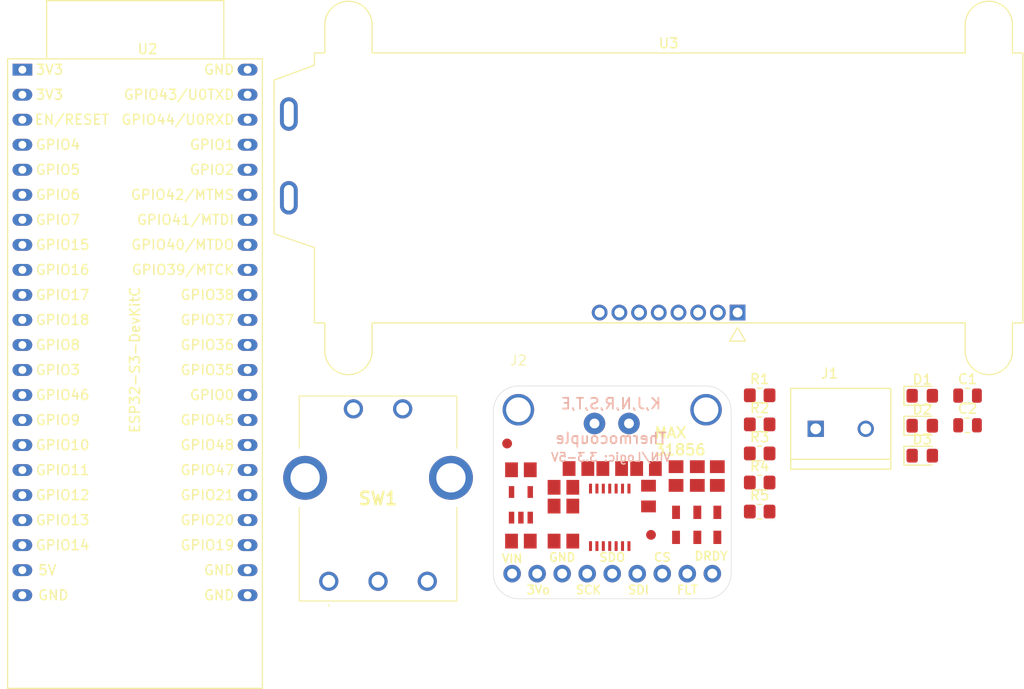
<source format=kicad_pcb>
(kicad_pcb (version 20241229) (generator "pcbnew") (generator_version "9.0")
  (layers (0 "F.Cu" signal) (2 "B.Cu" signal) (13 "F.Paste" user) (15 "B.Paste" user) (5 "F.SilkS" user "F.Silkscreen") (7 "B.SilkS" user "B.Silkscreen") (1 "F.Mask" user) (3 "B.Mask" user) (25 "Edge.Cuts" user))
  (net 0 "")
  (net 1 "GND")
  (net 2 "+3.3V")
  (net 3 "ENC_B")
  (net 4 "ENC_SW")
  (net 5 "ENC_A")
  (net 6 "+5V")
  (net 7 "SSR_PWM")
  (net 8 "/SCK")
  (net 9 "/DRDY")
  (net 10 "/~{CS}")
  (net 11 "/~{FAULT}")
  (net 12 "/SDO")
  (net 13 "/VIN")
  (net 14 "/SDI")
  (net 15 "/VIN_1")
  (net 16 "Net-(U2-GPIO46)")
  (net 17 "Net-(U2-GPIO47)")
  (net 18 "Net-(U2-GPIO48)")
  (net 44 "Net-(D3-A)")
  (net 45 "Net-(D2-A)")
  (net 46 "Net-(D1-A)")
  (net 51 "Net-(U3-VOUT)")
  (net 52 "Net-(U3-C1+)")
  (net 53 "Net-(U3-C1-)")
  (net 54 "/SCL")
  (net 55 "/SDA")
  (net 56 "/DISPLAY_~{RST}")
  (footprint "Diode_SMD:D_0805_2012Metric_Pad1.15x1.40mm_HandSolder" (layer "F.Cu") (at 152.31 96.985)
    (property "Reference" "D2" (at 0 -1.65 0) (layer "F.SilkS"))
    (property "Value" "LED")
    (fp_line (start -1.86 -0.96) (end -1.86 0.96) (stroke (width 0.12)) (layer "F.SilkS"))
    (fp_line (start -1.86 0.96) (end 1 0.96) (stroke (width 0.12)) (layer "F.SilkS"))
    (fp_line (start 1 -0.96) (end -1.86 -0.96) (stroke (width 0.12)) (layer "F.SilkS"))
    (pad "1" smd roundrect (at -1.025 0) (size 1.15 1.4) (layers "F.Cu" "F.Mask" "F.Paste") (roundrect_rratio 0.217391) (net 1 "GND"))
    (pad "2" smd roundrect (at 1.025 0) (size 1.15 1.4) (layers "F.Cu" "F.Mask" "F.Paste") (roundrect_rratio 0.217391) (net 45 "Net-(D2-A)"))
  )
  (footprint "phoenix_footprints:TE_282837-2" (layer "F.Cu") (at 144.035 97.3)
    (property "Reference" "J1" (at -1.127255 -5.614945 0) (layer "F.SilkS") (effects (font (size 1.002039 1.002039))))
    (property "Value" "Screw_Terminal_01x02")
    (fp_line (start -5.08 -4.1) (end 5.08 -4.1) (stroke (width 0.127)) (layer "F.SilkS"))
    (fp_line (start -5.08 3.1) (end -5.08 -4.1) (stroke (width 0.127)) (layer "F.SilkS"))
    (fp_line (start -5.08 3.1) (end 5.08 3.1) (stroke (width 0.127)) (layer "F.SilkS"))
    (fp_line (start -5.08 4.1) (end -5.08 3.1) (stroke (width 0.127)) (layer "F.SilkS"))
    (fp_line (start 5.08 -4.1) (end 5.08 3.1) (stroke (width 0.127)) (layer "F.SilkS"))
    (fp_line (start 5.08 3.1) (end 5.08 4.1) (stroke (width 0.127)) (layer "F.SilkS"))
    (fp_line (start 5.08 4.1) (end -5.08 4.1) (stroke (width 0.127)) (layer "F.SilkS"))
    (pad "1" thru_hole rect (at -2.54 0) (size 1.65 1.65) (drill 1.1) (layers "*.Cu" "*.Mask") (net 1 "GND"))
    (pad "2" thru_hole circle (at 2.54 0) (size 1.65 1.65) (drill 1.1) (layers "*.Cu" "*.Mask") (net 7 "SSR_PWM"))
  )
  (footprint "Capacitor_SMD:C_0805_2012Metric" (layer "F.Cu") (at 156.905 93.93)
    (property "Reference" "C1" (at 0 -1.68 0) (layer "F.SilkS"))
    (property "Value" "1uF")
    (fp_line (start -0.261252 -0.735) (end 0.261252 -0.735) (stroke (width 0.12)) (layer "F.SilkS"))
    (fp_line (start -0.261252 0.735) (end 0.261252 0.735) (stroke (width 0.12)) (layer "F.SilkS"))
    (pad "1" smd roundrect (at -0.95 0) (size 1 1.45) (layers "F.Cu" "F.Mask" "F.Paste") (net 6 "+5V"))
    (pad "2" smd roundrect (at 0.95 0) (size 1 1.45) (layers "F.Cu" "F.Mask" "F.Paste") (net 51 "Net-(U3-VOUT)"))
  )
  (footprint "Resistor_SMD:R_0805_2012Metric_Pad1.20x1.40mm_HandSolder" (layer "F.Cu") (at 135.805 96.85)
    (property "Reference" "R2" (at 0 -1.65 0) (layer "F.SilkS"))
    (property "Value" "220")
    (fp_line (start -0.227064 -0.735) (end 0.227064 -0.735) (stroke (width 0.12)) (layer "F.SilkS"))
    (fp_line (start -0.227064 0.735) (end 0.227064 0.735) (stroke (width 0.12)) (layer "F.SilkS"))
    (pad "1" smd roundrect (at -1 0) (size 1.2 1.4) (layers "F.Cu" "F.Mask" "F.Paste") (roundrect_rratio 0.208333) (net 17 "Net-(U2-GPIO47)"))
    (pad "2" smd roundrect (at 1 0) (size 1.2 1.4) (layers "F.Cu" "F.Mask" "F.Paste") (roundrect_rratio 0.208333) (net 45 "Net-(D2-A)"))
  )
  (footprint "Capacitor_SMD:C_0805_2012Metric" (layer "F.Cu") (at 156.905 96.94)
    (property "Reference" "C2" (at 0 -1.68 0) (layer "F.SilkS"))
    (property "Value" "1uF")
    (fp_line (start -0.261252 -0.735) (end 0.261252 -0.735) (stroke (width 0.12)) (layer "F.SilkS"))
    (fp_line (start -0.261252 0.735) (end 0.261252 0.735) (stroke (width 0.12)) (layer "F.SilkS"))
    (pad "1" smd roundrect (at -0.95 0) (size 1 1.45) (layers "F.Cu" "F.Mask" "F.Paste") (net 52 "Net-(U3-C1+)"))
    (pad "2" smd roundrect (at 0.95 0) (size 1 1.45) (layers "F.Cu" "F.Mask" "F.Paste") (net 53 "Net-(U3-C1-)"))
  )
  (footprint "Resistor_SMD:R_0805_2012Metric_Pad1.20x1.40mm_HandSolder" (layer "F.Cu") (at 135.805 99.8)
    (property "Reference" "R3" (at 0 -1.65 0) (layer "F.SilkS"))
    (property "Value" "220")
    (fp_line (start -0.227064 -0.735) (end 0.227064 -0.735) (stroke (width 0.12)) (layer "F.SilkS"))
    (fp_line (start -0.227064 0.735) (end 0.227064 0.735) (stroke (width 0.12)) (layer "F.SilkS"))
    (pad "1" smd roundrect (at -1 0) (size 1.2 1.4) (layers "F.Cu" "F.Mask" "F.Paste") (roundrect_rratio 0.208333) (net 18 "Net-(U2-GPIO48)"))
    (pad "2" smd roundrect (at 1 0) (size 1.2 1.4) (layers "F.Cu" "F.Mask" "F.Paste") (roundrect_rratio 0.208333) (net 44 "Net-(D3-A)"))
  )
  (footprint "!footprints:PEC164120FS0012" (layer "F.Cu") (at 92.07 112.775)
    (property "Reference" "SW1" (at 5 -8.4 0) (layer "F.SilkS") (effects (font (size 1.27 1.27) (thickness 0.254))))
    (property "Value" "RotaryEncoder_Switch" (hide yes))
    (fp_line (start -3 -18.8) (end -3 -13.5) (stroke (width 0.1)) (layer "F.SilkS"))
    (fp_line (start -3 -7.5) (end -3 2) (stroke (width 0.1)) (layer "F.SilkS"))
    (fp_line (start -3 2) (end 13 2) (stroke (width 0.1)) (layer "F.SilkS"))
    (fp_line (start 0 2.4) (end 0 2.4) (stroke (width 0.1)) (layer "F.SilkS"))
    (fp_line (start 0 2.5) (end 0 2.5) (stroke (width 0.1)) (layer "F.SilkS"))
    (fp_line (start 13 -18.8) (end -3 -18.8) (stroke (width 0.1)) (layer "F.SilkS"))
    (fp_line (start 13 -13.5) (end 13 -18.8) (stroke (width 0.1)) (layer "F.SilkS"))
    (fp_line (start 13 2) (end 13 -7.5) (stroke (width 0.1)) (layer "F.SilkS"))
    (fp_arc (start 0 2.4) (mid 0.05 2.45) (end 0 2.5) (stroke (width 0.1)) (layer "F.SilkS"))
    (fp_arc (start 0 2.5) (mid -0.05 2.45) (end 0 2.4) (stroke (width 0.1)) (layer "F.SilkS"))
    (pad "A1" thru_hole circle (at 0 0) (size 1.95 1.95) (drill 1.3) (layers "*.Cu" "*.Mask"))
    (pad "B1" thru_hole circle (at 5 0) (size 1.95 1.95) (drill 1.3) (layers "*.Cu" "*.Mask"))
    (pad "C1" thru_hole circle (at 10 0) (size 1.95 1.95) (drill 1.3) (layers "*.Cu" "*.Mask"))
    (pad "D1" thru_hole circle (at 2.5 -17.5) (size 1.95 1.95) (drill 1.3) (layers "*.Cu" "*.Mask"))
    (pad "E1" thru_hole circle (at 7.5 -17.5) (size 1.95 1.95) (drill 1.3) (layers "*.Cu" "*.Mask"))
    (pad "MH1" thru_hole circle (at -2.4 -10.5) (size 4.46 4.46) (drill 2.9732) (layers "*.Cu" "*.Mask"))
    (pad "MH2" thru_hole circle (at 12.4 -10.5) (size 4.46 4.46) (drill 2.9732) (layers "*.Cu" "*.Mask"))
  )
  (footprint "Diode_SMD:D_0805_2012Metric_Pad1.15x1.40mm_HandSolder" (layer "F.Cu") (at 152.31 100.025)
    (property "Reference" "D3" (at 0 -1.65 0) (layer "F.SilkS"))
    (property "Value" "LED")
    (fp_line (start -1.86 -0.96) (end -1.86 0.96) (stroke (width 0.12)) (layer "F.SilkS"))
    (fp_line (start -1.86 0.96) (end 1 0.96) (stroke (width 0.12)) (layer "F.SilkS"))
    (fp_line (start 1 -0.96) (end -1.86 -0.96) (stroke (width 0.12)) (layer "F.SilkS"))
    (pad "1" smd roundrect (at -1.025 0) (size 1.15 1.4) (layers "F.Cu" "F.Mask" "F.Paste") (roundrect_rratio 0.217391) (net 1 "GND"))
    (pad "2" smd roundrect (at 1.025 0) (size 1.15 1.4) (layers "F.Cu" "F.Mask" "F.Paste") (roundrect_rratio 0.217391) (net 44 "Net-(D3-A)"))
  )
  (footprint "Resistor_SMD:R_0805_2012Metric_Pad1.20x1.40mm_HandSolder" (layer "F.Cu") (at 135.805 105.7)
    (property "Reference" "R5" (at 0 -1.65 0) (layer "F.SilkS"))
    (property "Value" "4.7k")
    (fp_line (start -0.227064 -0.735) (end 0.227064 -0.735) (stroke (width 0.12)) (layer "F.SilkS"))
    (fp_line (start -0.227064 0.735) (end 0.227064 0.735) (stroke (width 0.12)) (layer "F.SilkS"))
    (pad "1" smd roundrect (at -1 0) (size 1.2 1.4) (layers "F.Cu" "F.Mask" "F.Paste") (roundrect_rratio 0.208333) (net 2 "+3.3V"))
    (pad "2" smd roundrect (at 1 0) (size 1.2 1.4) (layers "F.Cu" "F.Mask" "F.Paste") (roundrect_rratio 0.208333) (net 55 "/SDA"))
  )
  (footprint "Resistor_SMD:R_0805_2012Metric_Pad1.20x1.40mm_HandSolder" (layer "F.Cu") (at 135.805 102.75)
    (property "Reference" "R4" (at 0 -1.65 0) (layer "F.SilkS"))
    (property "Value" "4.7k")
    (fp_line (start -0.227064 -0.735) (end 0.227064 -0.735) (stroke (width 0.12)) (layer "F.SilkS"))
    (fp_line (start -0.227064 0.735) (end 0.227064 0.735) (stroke (width 0.12)) (layer "F.SilkS"))
    (pad "1" smd roundrect (at -1 0) (size 1.2 1.4) (layers "F.Cu" "F.Mask" "F.Paste") (roundrect_rratio 0.208333) (net 2 "+3.3V"))
    (pad "2" smd roundrect (at 1 0) (size 1.2 1.4) (layers "F.Cu" "F.Mask" "F.Paste") (roundrect_rratio 0.208333) (net 54 "/SCL"))
  )
  (footprint "Diode_SMD:D_0805_2012Metric_Pad1.15x1.40mm_HandSolder" (layer "F.Cu") (at 152.31 93.945)
    (property "Reference" "D1" (at 0 -1.65 0) (layer "F.SilkS"))
    (property "Value" "LED")
    (fp_line (start -1.86 -0.96) (end -1.86 0.96) (stroke (width 0.12)) (layer "F.SilkS"))
    (fp_line (start -1.86 0.96) (end 1 0.96) (stroke (width 0.12)) (layer "F.SilkS"))
    (fp_line (start 1 -0.96) (end -1.86 -0.96) (stroke (width 0.12)) (layer "F.SilkS"))
    (pad "1" smd roundrect (at -1.025 0) (size 1.15 1.4) (layers "F.Cu" "F.Mask" "F.Paste") (roundrect_rratio 0.217391) (net 1 "GND"))
    (pad "2" smd roundrect (at 1.025 0) (size 1.15 1.4) (layers "F.Cu" "F.Mask" "F.Paste") (roundrect_rratio 0.217391) (net 46 "Net-(D1-A)"))
  )
  (footprint "Display:NHD-C0220BiZ" (layer "F.Cu") (at 126.565 69.6)
    (property "Reference" "U3" (at 0 -11.43 0) (layer "F.SilkS"))
    (property "Value" "NHD-C0220BIZ")
    (fp_line (start -40.05 -7.7) (end -40.05 7.9) (stroke (width 0.12)) (layer "F.SilkS"))
    (fp_line (start -40.05 7.9) (end -35.95 9.3) (stroke (width 0.12)) (layer "F.SilkS"))
    (fp_line (start -35.95 -10.45) (end -35.95 -9.2) (stroke (width 0.12)) (layer "F.SilkS"))
    (fp_line (start -35.95 -9.2) (end -40.05 -7.7) (stroke (width 0.12)) (layer "F.SilkS"))
    (fp_line (start -35.95 9.3) (end -35.95 16.95) (stroke (width 0.12)) (layer "F.SilkS"))
    (fp_line (start -35.95 16.95) (end -34.9 16.95) (stroke (width 0.12)) (layer "F.SilkS"))
    (fp_line (start -34.9 -13.3) (end -34.9 -10.45) (stroke (width 0.12)) (layer "F.SilkS"))
    (fp_line (start -34.9 -10.45) (end -35.95 -10.45) (stroke (width 0.12)) (layer "F.SilkS"))
    (fp_line (start -34.9 16.95) (end -34.9 19.8) (stroke (width 0.12)) (layer "F.SilkS"))
    (fp_line (start -30.1 -10.45) (end -30.1 -13.3) (stroke (width 0.12)) (layer "F.SilkS"))
    (fp_line (start -30.1 16.95) (end 30.1 16.95) (stroke (width 0.12)) (layer "F.SilkS"))
    (fp_line (start -30.1 19.8) (end -30.1 16.95) (stroke (width 0.12)) (layer "F.SilkS"))
    (fp_line (start 6.2 18.8) (end 7 17.4) (stroke (width 0.12)) (layer "F.SilkS"))
    (fp_line (start 6.2 18.8) (end 7.8 18.8) (stroke (width 0.12)) (layer "F.SilkS"))
    (fp_line (start 7 17.4) (end 7.8 18.8) (stroke (width 0.12)) (layer "F.SilkS"))
    (fp_line (start 30.1 -13.3) (end 30.1 -10.45) (stroke (width 0.12)) (layer "F.SilkS"))
    (fp_line (start 30.1 -10.45) (end -30.1 -10.45) (stroke (width 0.12)) (layer "F.SilkS"))
    (fp_line (start 30.1 16.95) (end 30.1 19.8) (stroke (width 0.12)) (layer "F.SilkS"))
    (fp_line (start 34.9 -10.45) (end 34.9 -13.3) (stroke (width 0.12)) (layer "F.SilkS"))
    (fp_line (start 34.9 16.95) (end 35.95 16.95) (stroke (width 0.12)) (layer "F.SilkS"))
    (fp_line (start 34.9 19.8) (end 34.9 16.95) (stroke (width 0.12)) (layer "F.SilkS"))
    (fp_line (start 35.95 -10.45) (end 34.9 -10.45) (stroke (width 0.12)) (layer "F.SilkS"))
    (fp_line (start 35.95 16.95) (end 35.95 -10.45) (stroke (width 0.12)) (layer "F.SilkS"))
    (fp_arc (start -34.9 -13.3) (mid -32.5 -15.7) (end -30.1 -13.3) (stroke (width 0.12)) (layer "F.SilkS"))
    (fp_arc (start -30.1 19.8) (mid -32.5 22.2) (end -34.9 19.8) (stroke (width 0.12)) (layer "F.SilkS"))
    (fp_arc (start 30.1 -13.3) (mid 32.5 -15.7) (end 34.9 -13.3) (stroke (width 0.12)) (layer "F.SilkS"))
    (fp_arc (start 34.9 19.8) (mid 32.5 22.2) (end 30.1 19.8) (stroke (width 0.12)) (layer "F.SilkS"))
    (pad "" np_thru_hole circle (at -32.5 -13.3) (size 2.5 2.5) (drill 2.5) (layers "*.Cu" "*.Mask"))
    (pad "" np_thru_hole circle (at -32.5 19.8) (size 2.5 2.5) (drill 2.5) (layers "*.Cu" "*.Mask"))
    (pad "" np_thru_hole circle (at 32.5 -13.3) (size 2.5 2.5) (drill 2.5) (layers "*.Cu" "*.Mask"))
    (pad "" np_thru_hole circle (at 32.5 19.8) (size 2.5 2.5) (drill 2.5) (layers "*.Cu" "*.Mask"))
    (pad "1" thru_hole rect (at 7 15.9) (size 1.6 1.6) (drill 1) (layers "*.Cu" "*.Mask") (net 56 "/DISPLAY_~{RST}"))
    (pad "2" thru_hole circle (at 5 15.9) (size 1.6 1.6) (drill 1) (layers "*.Cu" "*.Mask") (net 54 "/SCL"))
    (pad "3" thru_hole circle (at 3 15.9) (size 1.6 1.6) (drill 1) (layers "*.Cu" "*.Mask") (net 55 "/SDA"))
    (pad "4" thru_hole circle (at 1 15.9) (size 1.6 1.6) (drill 1) (layers "*.Cu" "*.Mask") (net 1 "GND"))
    (pad "5" thru_hole circle (at -1 15.9) (size 1.6 1.6) (drill 1) (layers "*.Cu" "*.Mask") (net 6 "+5V"))
    (pad "6" thru_hole circle (at -3 15.9) (size 1.6 1.6) (drill 1) (layers "*.Cu" "*.Mask") (net 51 "Net-(U3-VOUT)"))
    (pad "7" thru_hole circle (at -5 15.9) (size 1.6 1.6) (drill 1) (layers "*.Cu" "*.Mask") (net 52 "Net-(U3-C1+)"))
    (pad "8" thru_hole circle (at -7 15.9) (size 1.6 1.6) (drill 1) (layers "*.Cu" "*.Mask") (net 53 "Net-(U3-C1-)"))
    (pad "9" thru_hole oval (at -38.55 4.25) (size 1.8 3.4) (drill oval 1 2.6) (layers "*.Cu" "*.Mask"))
    (pad "10" thru_hole oval (at -38.55 -4.25) (size 1.8 3.4) (drill oval 1 2.6) (layers "*.Cu" "*.Mask"))
  )
  (footprint "PCM_Espressif:ESP32-S3-DevKitC" (layer "F.Cu") (at 60.97 60.84812)
    (property "Reference" "U2" (at 12.7 -2.1 0) (layer "F.SilkS"))
    (property "Value" "ESP32-S3-DevKitC" (at 11.42632 29.46128 90) (layer "F.SilkS"))
    (fp_line (start -1.5 62.79728) (end 24.359999 62.79728) (stroke (width 0.12)) (layer "F.SilkS"))
    (fp_line (start -1.499999 -1.1) (end -1.5 62.79728) (stroke (width 0.12)) (layer "F.SilkS"))
    (fp_line (start 2.46012 -7.01312) (end 20.44332 -7.01312) (stroke (width 0.12)) (layer "F.SilkS"))
    (fp_line (start 2.46012 -1.12032) (end 2.46012 -7.01312) (stroke (width 0.12)) (layer "F.SilkS"))
    (fp_line (start 20.44332 -7.01312) (end 20.44332 -1.12032) (stroke (width 0.12)) (layer "F.SilkS"))
    (fp_line (start 24.359999 62.79728) (end 24.36 -1.1) (stroke (width 0.12)) (layer "F.SilkS"))
    (fp_line (start 24.36 -1.1) (end -1.499999 -1.1) (stroke (width 0.12)) (layer "F.SilkS"))
    (fp_text user "GPIO47" (at 21.59 40.64 0) (layer "F.SilkS") (effects (justify right)))
    (fp_text user "3V3" (at 1.27 0 0) (layer "F.SilkS") (effects (justify left)))
    (fp_text user "GPIO18" (at 1.27 25.4 0) (layer "F.SilkS") (effects (justify left)))
    (fp_text user "GND" (at 1.52032 53.33728 0) (layer "F.SilkS") (effects (justify left)))
    (fp_text user "GPIO12" (at 1.27 43.18 0) (layer "F.SilkS") (effects (justify left)))
    (fp_text user "GPIO11" (at 1.27 40.64 0) (layer "F.SilkS") (effects (justify left)))
    (fp_text user "GPIO48" (at 21.59 38.1 0) (layer "F.SilkS") (effects (justify right)))
    (fp_text user "GPIO2" (at 21.59 10.16 0) (layer "F.SilkS") (effects (justify right)))
    (fp_text user "GPIO36" (at 21.59 27.94 0) (layer "F.SilkS") (effects (justify right)))
    (fp_text user "3V3" (at 1.27 2.54 0) (layer "F.SilkS") (effects (justify left)))
    (fp_text user "GPIO40/MTDO" (at 21.59 17.78 0) (layer "F.SilkS") (effects (justify right)))
    (fp_text user "GPIO9" (at 1.27 35.56 0) (layer "F.SilkS") (effects (justify left)))
    (fp_text user "GND" (at 21.59 50.8 0) (layer "F.SilkS") (effects (justify right)))
    (fp_text user "GPIO17" (at 1.27 22.86 0) (layer "F.SilkS") (effects (justify left)))
    (fp_text user "GPIO21" (at 21.59 43.18 0) (layer "F.SilkS") (effects (justify right)))
    (fp_text user "GPIO6" (at 1.27 12.7 0) (layer "F.SilkS") (effects (justify left)))
    (fp_text user "GPIO5" (at 1.27 10.16 0) (layer "F.SilkS") (effects (justify left)))
    (fp_text user "GPIO19" (at 21.59 48.26 0) (layer "F.SilkS") (effects (justify right)))
    (fp_text user "GPIO37" (at 21.59 25.4 0) (layer "F.SilkS") (effects (justify right)))
    (fp_text user "GPIO20" (at 21.59 45.72 0) (layer "F.SilkS") (effects (justify right)))
    (fp_text user "GPIO38" (at 21.59 22.86 0) (layer "F.SilkS") (effects (justify right)))
    (fp_text user "GPIO7" (at 1.27 15.24 0) (layer "F.SilkS") (effects (justify left)))
    (fp_text user "GPIO39/MTCK" (at 21.59 20.32 0) (layer "F.SilkS") (effects (justify right)))
    (fp_text user "5V" (at 1.52032 50.79728 0) (layer "F.SilkS") (effects (justify left)))
    (fp_text user "GPIO44/U0RXD" (at 21.59 5.08 0) (layer "F.SilkS") (effects (justify right)))
    (fp_text user "GPIO0" (at 21.59 33.02 0) (layer "F.SilkS") (effects (justify right)))
    (fp_text user "GND" (at 21.59 0 0) (layer "F.SilkS") (effects (justify right)))
    (fp_text user "GPIO42/MTMS" (at 21.59 12.7 0) (layer "F.SilkS") (effects (justify right)))
    (fp_text user "GPIO4" (at 1.27 7.62 0) (layer "F.SilkS") (effects (justify left)))
    (fp_text user "GPIO10" (at 1.27 38.1 0) (layer "F.SilkS") (effects (justify left)))
    (fp_text user "GPIO13" (at 1.27 45.72 0) (layer "F.SilkS") (effects (justify left)))
    (fp_text user "GPIO46" (at 1.27 33.02 0) (layer "F.SilkS") (effects (justify left)))
    (fp_text user "GPIO8" (at 1.27 27.94 0) (layer "F.SilkS") (effects (justify left)))
    (fp_text user "GPIO41/MTDI" (at 21.59 15.24 0) (layer "F.SilkS") (effects (justify right)))
    (fp_text user "GPIO15" (at 1.27 17.78 0) (layer "F.SilkS") (effects (justify left)))
    (fp_text user "GPIO35" (at 21.59 30.48 0) (layer "F.SilkS") (effects (justify right)))
    (fp_text user "GND" (at 21.59 53.34 0) (layer "F.SilkS") (effects (justify right)))
    (fp_text user "GPIO14" (at 1.27 48.26 0) (layer "F.SilkS") (effects (justify left)))
    (fp_text user "GPIO1" (at 21.59 7.62 0) (layer "F.SilkS") (effects (justify right)))
    (fp_text user "GPIO43/U0TXD" (at 21.59 2.54 0) (layer "F.SilkS") (effects (justify right)))
    (fp_text user "GPIO45" (at 21.59 35.56 0) (layer "F.SilkS") (effects (justify right)))
    (fp_text user "GPIO16" (at 1.27 20.32 0) (layer "F.SilkS") (effects (justify left)))
    (fp_text user "GPIO3" (at 1.27 30.48 0) (layer "F.SilkS") (effects (justify left)))
    (fp_text user "EN/RESET" (at 8.88632 5.07728 0) (layer "F.SilkS") (effects (justify right)))
    (pad "1" thru_hole rect (at 0 0 270) (size 1.2 2) (drill 0.8) (layers "*.Cu" "*.Mask") (net 2 "+3.3V"))
    (pad "2" thru_hole oval (at 0 2.54 270) (size 1.2 2) (drill 0.8) (layers "*.Cu" "*.Mask") (net 2 "+3.3V"))
    (pad "3" thru_hole oval (at 0 5.08 270) (size 1.2 2) (drill 0.8) (layers "*.Cu" "*.Mask"))
    (pad "4" thru_hole oval (at 0 7.62 270) (size 1.2 2) (drill 0.8) (layers "*.Cu" "*.Mask") (net 55 "/SDA"))
    (pad "5" thru_hole oval (at 0 10.16 270) (size 1.2 2) (drill 0.8) (layers "*.Cu" "*.Mask") (net 54 "/SCL"))
    (pad "6" thru_hole oval (at 0 12.7 270) (size 1.2 2) (drill 0.8) (layers "*.Cu" "*.Mask"))
    (pad "7" thru_hole oval (at 0 15.24 270) (size 1.2 2) (drill 0.8) (layers "*.Cu" "*.Mask"))
    (pad "8" thru_hole oval (at 0 17.78 270) (size 1.2 2) (drill 0.8) (layers "*.Cu" "*.Mask"))
    (pad "9" thru_hole oval (at 0 20.32 270) (size 1.2 2) (drill 0.8) (layers "*.Cu" "*.Mask"))
    (pad "10" thru_hole oval (at 0 22.86 270) (size 1.2 2) (drill 0.8) (layers "*.Cu" "*.Mask"))
    (pad "11" thru_hole oval (at 0 25.4 270) (size 1.2 2) (drill 0.8) (layers "*.Cu" "*.Mask"))
    (pad "12" thru_hole oval (at 0 27.94 270) (size 1.2 2) (drill 0.8) (layers "*.Cu" "*.Mask"))
    (pad "13" thru_hole oval (at 0 30.48 270) (size 1.2 2) (drill 0.8) (layers "*.Cu" "*.Mask"))
    (pad "14" thru_hole oval (at 0 33.02 270) (size 1.2 2) (drill 0.8) (layers "*.Cu" "*.Mask") (net 16 "Net-(U2-GPIO46)"))
    (pad "15" thru_hole oval (at 0 35.56 270) (size 1.2 2) (drill 0.8) (layers "*.Cu" "*.Mask"))
    (pad "16" thru_hole oval (at 0 38.1 270) (size 1.2 2) (drill 0.8) (layers "*.Cu" "*.Mask"))
    (pad "17" thru_hole oval (at 0 40.64 270) (size 1.2 2) (drill 0.8) (layers "*.Cu" "*.Mask"))
    (pad "18" thru_hole oval (at 0 43.18 270) (size 1.2 2) (drill 0.8) (layers "*.Cu" "*.Mask"))
    (pad "19" thru_hole oval (at 0 45.72 270) (size 1.2 2) (drill 0.8) (layers "*.Cu" "*.Mask"))
    (pad "20" thru_hole oval (at -0.00368 48.25728 270) (size 1.2 2) (drill 0.8) (layers "*.Cu" "*.Mask"))
    (pad "21" thru_hole oval (at -0.00368 50.79728 270) (size 1.2 2) (drill 0.8) (layers "*.Cu" "*.Mask") (net 6 "+5V"))
    (pad "22" thru_hole oval (at -0.00368 53.33728 270) (size 1.2 2) (drill 0.8) (layers "*.Cu" "*.Mask") (net 1 "GND"))
    (pad "23" thru_hole oval (at 22.86 53.34 270) (size 1.2 2) (drill 0.8) (layers "*.Cu" "*.Mask") (net 1 "GND"))
    (pad "24" thru_hole oval (at 22.86 50.8 270) (size 1.2 2) (drill 0.8) (layers "*.Cu" "*.Mask") (net 1 "GND"))
    (pad "25" thru_hole oval (at 22.86 48.26 270) (size 1.2 2) (drill 0.8) (layers "*.Cu" "*.Mask"))
    (pad "26" thru_hole oval (at 22.86 45.72 270) (size 1.2 2) (drill 0.8) (layers "*.Cu" "*.Mask"))
    (pad "27" thru_hole oval (at 22.86 43.18 270) (size 1.2 2) (drill 0.8) (layers "*.Cu" "*.Mask") (net 7 "SSR_PWM"))
    (pad "28" thru_hole oval (at 22.86 40.64 270) (size 1.2 2) (drill 0.8) (layers "*.Cu" "*.Mask") (net 17 "Net-(U2-GPIO47)"))
    (pad "29" thru_hole oval (at 22.86 38.1 270) (size 1.2 2) (drill 0.8) (layers "*.Cu" "*.Mask") (net 18 "Net-(U2-GPIO48)"))
    (pad "30" thru_hole oval (at 22.86 35.56 270) (size 1.2 2) (drill 0.8) (layers "*.Cu" "*.Mask"))
    (pad "31" thru_hole oval (at 22.86 33.02 270) (size 1.2 2) (drill 0.8) (layers "*.Cu" "*.Mask"))
    (pad "32" thru_hole oval (at 22.86 30.48 270) (size 1.2 2) (drill 0.8) (layers "*.Cu" "*.Mask") (net 56 "/DISPLAY_~{RST}"))
    (pad "33" thru_hole oval (at 22.86 27.94 270) (size 1.2 2) (drill 0.8) (layers "*.Cu" "*.Mask") (net 5 "ENC_A"))
    (pad "34" thru_hole oval (at 22.86 25.4 270) (size 1.2 2) (drill 0.8) (layers "*.Cu" "*.Mask") (net 3 "ENC_B"))
    (pad "35" thru_hole oval (at 22.86 22.86 270) (size 1.2 2) (drill 0.8) (layers "*.Cu" "*.Mask") (net 4 "ENC_SW"))
    (pad "36" thru_hole oval (at 22.86 20.32 270) (size 1.2 2) (drill 0.8) (layers "*.Cu" "*.Mask"))
    (pad "37" thru_hole oval (at 22.86 17.78 270) (size 1.2 2) (drill 0.8) (layers "*.Cu" "*.Mask"))
    (pad "38" thru_hole oval (at 22.86 15.24 270) (size 1.2 2) (drill 0.8) (layers "*.Cu" "*.Mask"))
    (pad "39" thru_hole oval (at 22.86 12.7 270) (size 1.2 2) (drill 0.8) (layers "*.Cu" "*.Mask"))
    (pad "40" thru_hole oval (at 22.86 10.16 270) (size 1.2 2) (drill 0.8) (layers "*.Cu" "*.Mask"))
    (pad "41" thru_hole oval (at 22.86 7.62 270) (size 1.2 2) (drill 0.8) (layers "*.Cu" "*.Mask"))
    (pad "42" thru_hole oval (at 22.86 5.08 270) (size 1.2 2) (drill 0.8) (layers "*.Cu" "*.Mask"))
    (pad "43" thru_hole oval (at 22.86 2.54 270) (size 1.2 2) (drill 0.8) (layers "*.Cu" "*.Mask"))
    (pad "44" thru_hole oval (at 22.86 0 270) (size 1.2 2) (drill 0.8) (layers "*.Cu" "*.Mask") (net 1 "GND"))
  )
  (footprint "!footprints:MAX31856_HEADER" (layer "F.Cu") (at 111.326314 95.351686)
    (property "Reference" "J2" (at 0 -5 0) (layer "F.SilkS") (effects (font (thickness 0.1))))
    (property "Value" "Conn_01x09_Socket")
    (fp_line (start -2.551314 16.648314) (end -2.551314 0.138314) (stroke (width 0.05)) (layer "Edge.Cuts"))
    (fp_line (start -0.011314 -2.401686) (end 19.038686 -2.401686) (stroke (width 0.05)) (layer "Edge.Cuts"))
    (fp_line (start 19.012586 19.191516) (end -0.037414 19.191516) (stroke (width 0.05)) (layer "Edge.Cuts"))
    (fp_line (start 21.578686 0.138314) (end 21.578686 16.648314) (stroke (width 0.05)) (layer "Edge.Cuts"))
    (fp_arc (start -2.551314 0.138314) (mid -1.807365 -1.657737) (end -0.011314 -2.401686) (stroke (width 0.05)) (layer "Edge.Cuts"))
    (fp_arc (start -0.011314 19.188314) (mid -1.807365 18.444365) (end -2.551314 16.648314) (stroke (width 0.05)) (layer "Edge.Cuts"))
    (fp_arc (start 19.038686 -2.401686) (mid 20.834737 -1.657737) (end 21.578686 0.138314) (stroke (width 0.05)) (layer "Edge.Cuts"))
    (fp_arc (start 21.578686 16.648314) (mid 20.834737 18.444365) (end 19.038686 19.188314) (stroke (width 0.05)) (layer "Edge.Cuts"))
    (fp_text user "SCK" (at 7.100686 18.299314 0) (layer "F.SilkS") (effects (font (size 0.8636 0.8636) (thickness 0.1524))))
    (fp_text user "SDI" (at 12.180686 18.299314 0) (layer "F.SilkS") (effects (font (size 0.8636 0.8636) (thickness 0.1524))))
    (fp_text user "GND" (at 4.433686 14.997314 0) (layer "F.SilkS") (effects (font (size 0.8636 0.8636) (thickness 0.1524))))
    (fp_text user "FLT" (at 17.133686 18.299314 0) (layer "F.SilkS") (effects (font (size 0.8636 0.8636) (thickness 0.1524))))
    (fp_text user "3Vo" (at 2.020686 18.299314 0) (layer "F.SilkS") (effects (font (size 0.8636 0.8636) (thickness 0.1524))))
    (fp_text user "CS" (at 14.593686 14.997314 0) (layer "F.SilkS") (effects (font (size 0.8636 0.8636) (thickness 0.1524))))
    (fp_text user "SDO" (at 9.513686 14.997314 0) (layer "F.SilkS") (effects (font (size 0.8636 0.8636) (thickness 0.1524))))
    (fp_text user "DRDY" (at 19.546686 14.870314 0) (layer "F.SilkS") (effects (font (size 0.8636 0.8636) (thickness 0.1524))))
    (fp_text user "VIN" (at -0.646314 15.124314 0) (layer "F.SilkS") (effects (font (size 0.8636 0.8636) (thickness 0.1524))))
    (fp_text user "MAX\n31856" (at 13.704686 4.710314 0) (layer "F.SilkS") (effects (font (size 1.0795 1.0795) (thickness 0.1905)) (justify left bottom)))
    (fp_text user "VIN/Logic: 3.3-5V" (at 9.386686 4.837314 0) (layer "B.SilkS") (effects (font (size 0.8636 0.8636) (thickness 0.1524)) (justify mirror)))
    (fp_text user "K,J,N,R,S,T,E\n\nThermocouple" (at 9.386686 1.154314 0) (layer "B.SilkS") (effects (font (size 1.0922 1.0922) (thickness 0.1778)) (justify mirror)))
    (pad "1" smd roundrect (at -1.154314 3.440314) (size 1 1) (layers "F.Cu" "F.Mask") (roundrect_rratio 0.5) (net 9 "/DRDY"))
    (pad "1" smd rect (at -0.707314 6.107314) (size 1.3 1.5) (layers "F.Cu" "F.Mask" "F.Paste") (net 9 "/DRDY"))
    (pad "1" smd rect (at -0.707314 10.963414) (size 0.55 1.2) (layers "F.Cu" "F.Mask" "F.Paste") (net 9 "/DRDY"))
    (pad "1" smd rect (at -0.707314 13.346314) (size 1.3 1.5) (layers "F.Cu" "F.Mask" "F.Paste") (net 9 "/DRDY"))
    (pad "1" smd rect (at 5.134686 5.980314) (size 1.3 1.5) (layers "F.Cu" "F.Mask" "F.Paste") (net 9 "/DRDY"))
    (pad "1" smd rect (at 5.510686 7.885314 180) (size 1.3 1.5) (layers "F.Cu" "F.Mask" "F.Paste") (net 9 "/DRDY"))
    (pad "1" smd rect (at 5.510686 9.790314 180) (size 1.3 1.5) (layers "F.Cu" "F.Mask" "F.Paste") (net 9 "/DRDY"))
    (pad "1" smd rect (at 5.510686 13.346314 180) (size 1.3 1.5) (layers "F.Cu" "F.Mask" "F.Paste") (net 9 "/DRDY"))
    (pad "1" thru_hole circle (at 7.713686 1.408314 180) (size 2.1844 2.1844) (drill 1) (layers "*.Cu" "*.Mask") (net 9 "/DRDY"))
    (pad "1" smd rect (at 10.463686 5.980314 180) (size 1.3 1.5) (layers "F.Cu" "F.Mask" "F.Paste") (net 9 "/DRDY"))
    (pad "1" smd rect (at 11.209686 8.015514 180) (size 0.3048 0.9906) (layers "F.Cu" "F.Mask" "F.Paste") (net 9 "/DRDY"))
    (pad "1" smd rect (at 13.196686 9.824314 90) (size 1.2 1.5) (layers "F.Cu" "F.Mask" "F.Paste") (net 9 "/DRDY"))
    (pad "1" smd roundrect (at 13.450686 12.711314) (size 1 1) (layers "F.Cu" "F.Mask") (roundrect_rratio 0.5) (net 9 "/DRDY"))
    (pad "1" smd rect (at 13.892686 5.980314 180) (size 1.3 1.5) (layers "F.Cu" "F.Mask" "F.Paste") (net 9 "/DRDY"))
    (pad "1" smd rect (at 15.990686 7.692314 90) (size 1.3 1.5) (layers "F.Cu" "F.Mask" "F.Paste") (net 9 "/DRDY"))
    (pad "1" smd rect (at 18.149686 7.692314 90) (size 1.3 1.5) (layers "F.Cu" "F.Mask" "F.Paste") (net 9 "/DRDY"))
    (pad "1" thru_hole circle (at 19.673686 16.648314 270) (size 1.778 1.778) (drill 1) (layers "*.Cu" "*.Mask") (net 9 "/DRDY"))
    (pad "1" smd rect (at 20.181686 7.692314 90) (size 1.3 1.5) (layers "F.Cu" "F.Mask" "F.Paste") (net 9 "/DRDY"))
    (pad "2" smd rect (at 0.242686 10.963414) (size 0.55 1.2) (layers "F.Cu" "F.Mask" "F.Paste") (net 11 "/~{FAULT}"))
    (pad "2" smd rect (at 1.192686 6.107314) (size 1.3 1.5) (layers "F.Cu" "F.Mask" "F.Paste") (net 11 "/~{FAULT}"))
    (pad "2" smd rect (at 1.192686 13.346314) (size 1.3 1.5) (layers "F.Cu" "F.Mask" "F.Paste") (net 11 "/~{FAULT}"))
    (pad "2" smd rect (at 3.610686 7.885314 180) (size 1.3 1.5) (layers "F.Cu" "F.Mask" "F.Paste") (net 11 "/~{FAULT}"))
    (pad "2" smd rect (at 3.610686 9.790314 180) (size 1.3 1.5) (layers "F.Cu" "F.Mask" "F.Paste") (net 11 "/~{FAULT}"))
    (pad "2" smd rect (at 3.610686 13.346314 180) (size 1.3 1.5) (layers "F.Cu" "F.Mask" "F.Paste") (net 11 "/~{FAULT}"))
    (pad "2" smd rect (at 7.034686 5.980314) (size 1.3 1.5) (layers "F.Cu" "F.Mask" "F.Paste") (net 11 "/~{FAULT}"))
    (pad "2" smd rect (at 8.563686 5.980314 180) (size 1.3 1.5) (layers "F.Cu" "F.Mask" "F.Paste") (net 11 "/~{FAULT}"))
    (pad "2" smd rect (at 10.559686 8.015514 180) (size 0.3048 0.9906) (layers "F.Cu" "F.Mask" "F.Paste") (net 11 "/~{FAULT}"))
    (pad "2" thru_hole circle (at 11.213686 1.408314 180) (size 2.1844 2.1844) (drill 1) (layers "*.Cu" "*.Mask") (net 11 "/~{FAULT}"))
    (pad "2" smd rect (at 11.992686 5.980314 180) (size 1.3 1.5) (layers "F.Cu" "F.Mask" "F.Paste") (net 11 "/~{FAULT}"))
    (pad "2" smd rect (at 13.196686 7.724314 90) (size 1.2 1.5) (layers "F.Cu" "F.Mask" "F.Paste") (net 11 "/~{FAULT}"))
    (pad "2" smd rect (at 15.990686 5.792314 90) (size 1.3 1.5) (layers "F.Cu" "F.Mask" "F.Paste") (net 11 "/~{FAULT}"))
    (pad "2" thru_hole circle (at 17.133686 16.648314 270) (size 1.778 1.778) (drill 1) (layers "*.Cu" "*.Mask") (net 11 "/~{FAULT}"))
    (pad "2" smd rect (at 18.149686 5.792314 90) (size 1.3 1.5) (layers "F.Cu" "F.Mask" "F.Paste") (net 11 "/~{FAULT}"))
    (pad "2" smd rect (at 20.181686 5.792314 90) (size 1.3 1.5) (layers "F.Cu" "F.Mask" "F.Paste") (net 11 "/~{FAULT}"))
    (pad "3" smd rect (at 1.192686 10.963414) (size 0.55 1.2) (layers "F.Cu" "F.Mask" "F.Paste") (net 10 "/~{CS}"))
    (pad "3" smd rect (at 9.909686 8.015514 180) (size 0.3048 0.9906) (layers "F.Cu" "F.Mask" "F.Paste") (net 10 "/~{CS}"))
    (pad "3" thru_hole circle (at 14.593686 16.648314 270) (size 1.778 1.778) (drill 1) (layers "*.Cu" "*.Mask") (net 10 "/~{CS}"))
    (pad "4" smd rect (at 1.192686 8.363214) (size 0.55 1.2) (layers "F.Cu" "F.Mask" "F.Paste") (net 14 "/SDI"))
    (pad "4" smd rect (at 9.259686 8.015514 180) (size 0.3048 0.9906) (layers "F.Cu" "F.Mask" "F.Paste") (net 14 "/SDI"))
    (pad "4" thru_hole circle (at 12.053686 16.648314 270) (size 1.778 1.778) (drill 1) (layers "*.Cu" "*.Mask") (net 14 "/SDI"))
    (pad "5" smd rect (at -0.707314 8.363214) (size 0.55 1.2) (layers "F.Cu" "F.Mask" "F.Paste") (net 12 "/SDO"))
    (pad "5" smd rect (at 8.609686 8.015514 180) (size 0.3048 0.9906) (layers "F.Cu" "F.Mask" "F.Paste") (net 12 "/SDO"))
    (pad "5" thru_hole circle (at 9.513686 16.648314 270) (size 1.778 1.778) (drill 1) (layers "*.Cu" "*.Mask") (net 12 "/SDO"))
    (pad "6" thru_hole circle (at 6.973686 16.648314 270) (size 1.778 1.778) (drill 1) (layers "*.Cu" "*.Mask") (net 8 "/SCK"))
    (pad "6" smd rect (at 7.959686 8.015514 180) (size 0.3048 0.9906) (layers "F.Cu" "F.Mask" "F.Paste") (net 8 "/SCK"))
    (pad "7" thru_hole circle (at 4.433686 16.648314 270) (size 1.778 1.778) (drill 1) (layers "*.Cu" "*.Mask") (net 1 "GND"))
    (pad "7" smd rect (at 7.309686 8.015514 180) (size 0.3048 0.9906) (layers "F.Cu" "F.Mask" "F.Paste") (net 1 "GND"))
    (pad "8" thru_hole circle (at 1.893686 16.648314 270) (size 1.778 1.778) (drill 1) (layers "*.Cu" "*.Mask") (net 2 "+3.3V"))
    (pad "8" smd rect (at 7.309686 13.851114 180) (size 0.3048 0.9906) (layers "F.Cu" "F.Mask" "F.Paste") (net 2 "+3.3V"))
    (pad "9" thru_hole circle (at -0.646314 16.648314 270) (size 1.778 1.778) (drill 1) (layers "*.Cu" "*.Mask") (net 15 "/VIN_1"))
    (pad "9" smd rect (at 7.959686 13.851114 180) (size 0.3048 0.9906) (layers "F.Cu" "F.Mask" "F.Paste") (net 13 "/VIN"))
    (pad "10" smd rect (at 8.609686 13.851114 180) (size 0.3048 0.9906) (layers "F.Cu" "F.Mask" "F.Paste"))
    (pad "11" smd rect (at 9.259686 13.851114 180) (size 0.3048 0.9906) (layers "F.Cu" "F.Mask" "F.Paste"))
    (pad "12" smd rect (at 9.909686 13.851114 180) (size 0.3048 0.9906) (layers "F.Cu" "F.Mask" "F.Paste"))
    (pad "13" smd rect (at 10.559686 13.851114 180) (size 0.3048 0.9906) (layers "F.Cu" "F.Mask" "F.Paste"))
    (pad "14" smd rect (at 11.209686 13.851114 180) (size 0.3048 0.9906) (layers "F.Cu" "F.Mask" "F.Paste"))
    (pad "A" smd rect (at 15.990686 10.425314 90) (size 1.35 0.8) (layers "F.Cu" "F.Mask" "F.Paste"))
    (pad "A" smd rect (at 18.149686 10.425314 90) (size 1.35 0.8) (layers "F.Cu" "F.Mask" "F.Paste"))
    (pad "A" smd rect (at 20.181686 10.425314 90) (size 1.35 0.8) (layers "F.Cu" "F.Mask" "F.Paste"))
    (pad "C" smd rect (at 15.990686 12.965314 90) (size 1.35 0.8) (layers "F.Cu" "F.Mask" "F.Paste"))
    (pad "C" smd rect (at 18.149686 12.965314 90) (size 1.35 0.8) (layers "F.Cu" "F.Mask" "F.Paste"))
    (pad "C" smd rect (at 20.181686 12.965314 90) (size 1.35 0.8) (layers "F.Cu" "F.Mask" "F.Paste"))
    (pad "P$1" thru_hole circle (at -0.011314 0.011314) (size 3.2 3.2) (drill 2.5) (layers "*.Cu" "*.Mask"))
    (pad "P$1" thru_hole circle (at 19.038686 0.011314) (size 3.2 3.2) (drill 2.5) (layers "*.Cu" "*.Mask"))
  )
  (footprint "Resistor_SMD:R_0805_2012Metric_Pad1.20x1.40mm_HandSolder" (layer "F.Cu") (at 135.805 93.9)
    (property "Reference" "R1" (at 0 -1.65 0) (layer "F.SilkS"))
    (property "Value" "220")
    (fp_line (start -0.227064 -0.735) (end 0.227064 -0.735) (stroke (width 0.12)) (layer "F.SilkS"))
    (fp_line (start -0.227064 0.735) (end 0.227064 0.735) (stroke (width 0.12)) (layer "F.SilkS"))
    (pad "1" smd roundrect (at -1 0) (size 1.2 1.4) (layers "F.Cu" "F.Mask" "F.Paste") (roundrect_rratio 0.208333) (net 16 "Net-(U2-GPIO46)"))
    (pad "2" smd roundrect (at 1 0) (size 1.2 1.4) (layers "F.Cu" "F.Mask" "F.Paste") (roundrect_rratio 0.208333) (net 46 "Net-(D1-A)"))
  )
)
</source>
